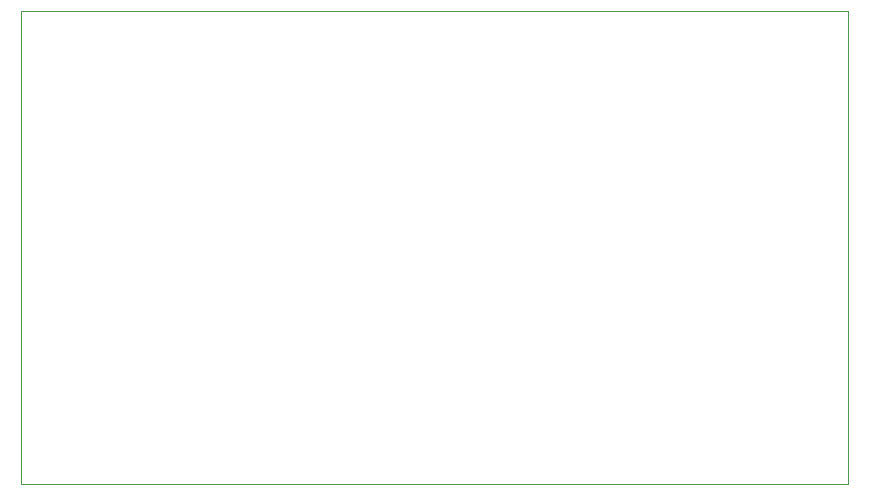
<source format=gbr>
%TF.GenerationSoftware,KiCad,Pcbnew,5.1.9-73d0e3b20d~88~ubuntu18.04.1*%
%TF.CreationDate,2021-01-24T01:48:54+01:00*%
%TF.ProjectId,rugzak-ledboard-pcb,7275677a-616b-42d6-9c65-64626f617264,rev?*%
%TF.SameCoordinates,Original*%
%TF.FileFunction,Profile,NP*%
%FSLAX46Y46*%
G04 Gerber Fmt 4.6, Leading zero omitted, Abs format (unit mm)*
G04 Created by KiCad (PCBNEW 5.1.9-73d0e3b20d~88~ubuntu18.04.1) date 2021-01-24 01:48:54*
%MOMM*%
%LPD*%
G01*
G04 APERTURE LIST*
%TA.AperFunction,Profile*%
%ADD10C,0.050000*%
%TD*%
G04 APERTURE END LIST*
D10*
X50000000Y-109950000D02*
X50000000Y-149950000D01*
X120000000Y-109950000D02*
X50000000Y-109950000D01*
X120000000Y-149950000D02*
X120000000Y-109950000D01*
X50000000Y-149950000D02*
X120000000Y-149950000D01*
M02*

</source>
